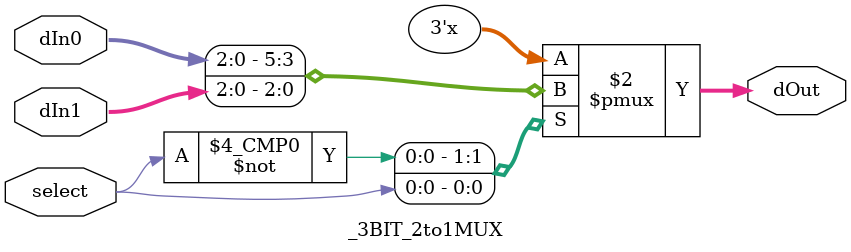
<source format=sv>
module _3BIT_2to1MUX ( input logic [2:0] dIn0, dIn1,
					 input logic select,
					 output logic [2:0] dOut);
	always_comb begin
		unique case ( select )
			1'b0: dOut = dIn0;
			1'b1: dOut = dIn1;
		endcase
	end
					 
					 
endmodule
</source>
